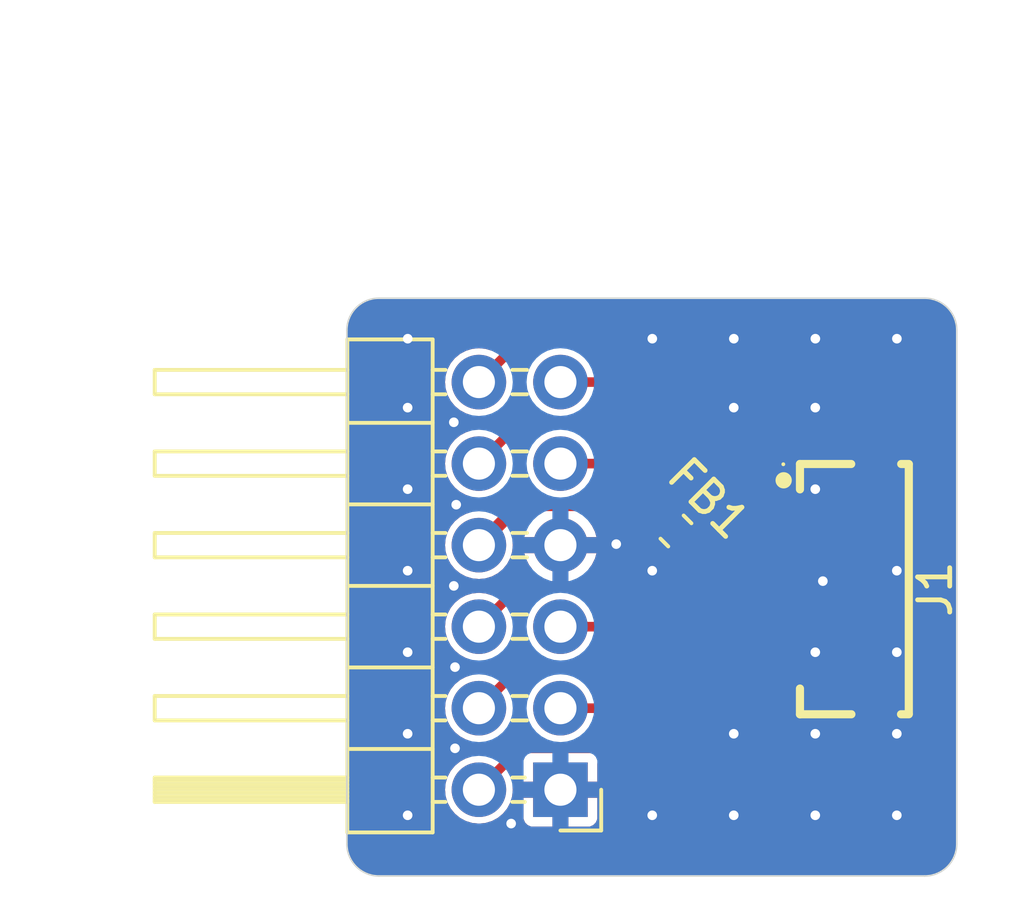
<source format=kicad_pcb>
(kicad_pcb (version 20240108) (generator "pcbnew") (generator_version "8.0")
  (layers (0 "F.Cu" mixed) (31 "B.Cu" mixed) (34 "B.Paste" user) (35 "F.Paste" user) (36 "B.SilkS" user "B.Silkscreen") (37 "F.SilkS" user "F.Silkscreen") (38 "B.Mask" user) (39 "F.Mask" user) (44 "Edge.Cuts" user))
  (net 0 "")
  (net 1 "GND")
  (net 2 "/SELECT1")
  (net 3 "/ADC2")
  (net 4 "/SELECT3")
  (net 5 "/ADC3")
  (net 6 "+3.3VA")
  (net 7 "/ADC1")
  (net 8 "/ADC0")
  (net 9 "/SELECT0")
  (net 10 "/SELECT2")
  (net 11 "/ADC4")
  (net 12 "+3.3V")
  (footprint "Inductor_SMD:L_0603_1608Metric_Pad1.05x0.95mm_HandSolder" (layer "F.Cu") (at 167.766363 55.43843 -45)
    (property "Reference" "FB1" (at 0 -1.43 135) (layer "F.SilkS"))
    (property "Value" "120R")
    (fp_line (start -0.171268 0.51) (end 0.171268 0.51) (stroke (width 0.12)) (layer "F.SilkS"))
    (fp_line (start -0.171268 -0.51) (end 0.171268 -0.51) (stroke (width 0.12)) (layer "F.SilkS"))
    (pad "1" smd roundrect (at -0.874999 0 315) (size 1.05 0.95) (layers "F.Cu" "F.Paste" "F.Mask") (net 12 "+3.3V"))
    (pad "2" smd roundrect (at 0.874999 0 315) (size 1.05 0.95) (layers "F.Cu" "F.Paste" "F.Mask") (net 6 "+3.3VA"))
  )
  (footprint "Connector_Wire:SolderWirePad_1x01_SMD_1x2mm" (layer "F.Cu") (at 174.910107 51.568902 -90)
    (property "Reference" "REF**" (hide yes))
    (property "Value" "SolderWirePad_1x01_SMD_1x2mm")
    (pad "1" smd roundrect (at 0 0 270) (size 1 2) (layers "F.Cu" "F.Paste" "F.Mask") (net 1 "GND"))
  )
  (footprint "JLCPCB:FPC-SMD_12P-P0.50_HCTL_HC-FPC-05-10-12RLTAG" (layer "F.Cu") (at 172.599958 57.244985 -90)
    (property "Reference" "J1" (at 0.005461 -3.240324 90) (layer "F.SilkS"))
    (property "Value" "HC-FPC-05-10-12RLTAG")
    (fp_line (start 3.102869 0.970053) (end 3.903937 0.970053) (stroke (width 0.254)) (layer "F.SilkS"))
    (fp_line (start 3.903937 0.970053) (end 3.903937 -0.632283) (stroke (width 0.254)) (layer "F.SilkS"))
    (fp_line (start -3.893015 0.970028) (end -3.102921 0.970028) (stroke (width 0.254)) (layer "F.SilkS"))
    (fp_line (start -3.893015 0.970028) (end -3.893015 -0.625908) (stroke (width 0.254)) (layer "F.SilkS"))
    (fp_line (start 3.903937 -2.177724) (end 3.903937 -2.420955) (stroke (width 0.254)) (layer "F.SilkS"))
    (fp_line (start -3.893015 -2.183973) (end -3.893015 -2.42098) (stroke (width 0.254)) (layer "F.SilkS"))
    (fp_line (start -3.885014 -2.42098) (end 3.884989 -2.420979) (stroke (width 0.254)) (layer "F.SilkS"))
    (fp_circle (center -3.884989 1.489001) (end -3.854991 1.489002) (stroke (width 0.059995)) (fill none) (layer "F.SilkS"))
    (fp_circle (center -3.385065 1.478157) (end -3.258065 1.478156) (stroke (width 0.254)) (fill none) (layer "F.SilkS"))
    (pad "1" smd rect (at -2.750064 1.405004 270) (size 0.3 0.650013) (layers "F.Cu" "F.Paste" "F.Mask") (net 4 "/SELECT3"))
    (pad "2" smd rect (at -2.249936 1.405004 270) (size 0.3 0.650013) (layers "F.Cu" "F.Paste" "F.Mask") (net 10 "/SELECT2"))
    (pad "3" smd rect (at -1.750064 1.405004 270) (size 0.3 0.650013) (layers "F.Cu" "F.Paste" "F.Mask") (net 2 "/SELECT1"))
    (pad "4" smd rect (at -1.249936 1.405004 270) (size 0.3 0.650013) (layers "F.Cu" "F.Paste" "F.Mask") (net 9 "/SELECT0"))
    (pad "5" smd rect (at -0.750064 1.405004 270) (size 0.3 0.650013) (layers "F.Cu" "F.Paste" "F.Mask") (net 6 "+3.3VA"))
    (pad "6" smd rect (at -0.249936 1.405003 270) (size 0.3 0.650013) (layers "F.Cu" "F.Paste" "F.Mask") (net 1 "GND"))
    (pad "7" smd rect (at 0.249936 1.405003 270) (size 0.3 0.650013) (layers "F.Cu" "F.Paste" "F.Mask") (net 11 "/ADC4"))
    (pad "8" smd rect (at 0.750064 1.405004 270) (size 0.3 0.650013) (layers "F.Cu" "F.Paste" "F.Mask") (net 5 "/ADC3"))
    (pad "9" smd rect (at 1.249936 1.405004 270) (size 0.3 0.650013) (layers "F.Cu" "F.Paste" "F.Mask") (net 3 "/ADC2"))
    (pad "10" smd rect (at 1.750064 1.405004 270) (size 0.3 0.650013) (layers "F.Cu" "F.Paste" "F.Mask") (net 7 "/ADC1"))
    (pad "11" smd rect (at 2.249936 1.405004 270) (size 0.3 0.650013) (layers "F.Cu" "F.Paste" "F.Mask") (net 8 "/ADC0"))
    (pad "12" smd rect (at 2.750064 1.405004 270) (size 0.3 0.650013) (layers "F.Cu" "F.Paste" "F.Mask") (net 1 "GND"))
    (pad "13" smd rect (at 3.635001 -1.405004 270) (size 0.3 1.150013) (layers "F.Cu" "F.Paste" "F.Mask") (net 1 "GND"))
    (pad "14" smd rect (at -3.635001 -1.405004 270) (size 0.3 1.150013) (layers "F.Cu" "F.Paste" "F.Mask") (net 1 "GND"))
  )
  (footprint "Connector_PinHeader_2.54mm:PinHeader_2x06_P2.54mm_Horizontal" (layer "F.Cu") (at 164.167208 63.499952 180)
    (property "Reference" "J2" (hide yes))
    (property "Value" "Conn_02x06_Odd_Even")
    (fp_line (start 12.64 13.08) (end 6.64 13.08) (stroke (width 0.12)) (layer "F.SilkS"))
    (fp_line (start 12.64 12.32) (end 12.64 13.08) (stroke (width 0.12)) (layer "F.SilkS"))
    (fp_line (start 12.64 10.54) (end 6.640001 10.54) (stroke (width 0.12)) (layer "F.SilkS"))
    (fp_line (start 12.64 9.78) (end 12.64 10.54) (stroke (width 0.12)) (layer "F.SilkS"))
    (fp_line (start 12.64 8) (end 6.64 8) (stroke (width 0.12)) (layer "F.SilkS"))
    (fp_line (start 12.64 7.24) (end 12.64 8) (stroke (width 0.12)) (layer "F.SilkS"))
    (fp_line (start 12.64 5.46) (end 6.64 5.46) (stroke (width 0.12)) (layer "F.SilkS"))
    (fp_line (start 12.64 4.7) (end 12.64 5.46) (stroke (width 0.12)) (layer "F.SilkS"))
    (fp_line (start 12.64 2.92) (end 6.64 2.92) (stroke (width 0.12)) (layer "F.SilkS"))
    (fp_line (start 12.64 2.16) (end 12.64 2.92) (stroke (width 0.12)) (layer "F.SilkS"))
    (fp_line (start 12.64 0.38) (end 6.64 0.380001) (stroke (width 0.12)) (layer "F.SilkS"))
    (fp_line (start 12.64 -0.38) (end 12.64 0.38) (stroke (width 0.12)) (layer "F.SilkS"))
    (fp_line (start 6.64 14.03) (end 6.64 -1.33) (stroke (width 0.12)) (layer "F.SilkS"))
    (fp_line (start 6.64 12.320001) (end 12.64 12.32) (stroke (width 0.12)) (layer "F.SilkS"))
    (fp_line (start 6.64 9.78) (end 12.64 9.78) (stroke (width 0.12)) (layer "F.SilkS"))
    (fp_line (start 6.64 7.24) (end 12.64 7.24) (stroke (width 0.12)) (layer "F.SilkS"))
    (fp_line (start 6.64 4.7) (end 12.64 4.7) (stroke (width 0.12)) (layer "F.SilkS"))
    (fp_line (start 6.64 2.16) (end 12.64 2.16) (stroke (width 0.12)) (layer "F.SilkS"))
    (fp_line (start 6.64 0.28) (end 12.64 0.28) (stroke (width 0.12)) (layer "F.SilkS"))
    (fp_line (start 6.64 0.16) (end 12.64 0.16) (stroke (width 0.12)) (layer "F.SilkS"))
    (fp_line (start 6.64 0.04) (end 12.64 0.04) (stroke (width 0.12)) (layer "F.SilkS"))
    (fp_line (start 6.64 -0.080001) (end 12.64 -0.08) (stroke (width 0.12)) (layer "F.SilkS"))
    (fp_line (start 6.64 -0.199999) (end 12.64 -0.2) (stroke (width 0.12)) (layer "F.SilkS"))
    (fp_line (start 6.64 -0.32) (end 12.64 -0.32) (stroke (width 0.12)) (layer "F.SilkS"))
    (fp_line (start 6.64 -0.380001) (end 12.64 -0.38) (stroke (width 0.12)) (layer "F.SilkS"))
    (fp_line (start 6.64 -1.33) (end 3.98 -1.33) (stroke (width 0.12)) (layer "F.SilkS"))
    (fp_line (start 3.98 14.03) (end 6.64 14.03) (stroke (width 0.12)) (layer "F.SilkS"))
    (fp_line (start 3.98 8.89) (end 6.64 8.89) (stroke (width 0.12)) (layer "F.SilkS"))
    (fp_line (start 3.98 6.35) (end 6.64 6.35) (stroke (width 0.12)) (layer "F.SilkS"))
    (fp_line (start 3.98 3.81) (end 6.64 3.81) (stroke (width 0.12)) (layer "F.SilkS"))
    (fp_line (start 3.98 1.270001) (end 6.64 1.270001) (stroke (width 0.12)) (layer "F.SilkS"))
    (fp_line (start 3.98 -1.33) (end 3.98 14.03) (stroke (width 0.12)) (layer "F.SilkS"))
    (fp_line (start 3.979999 11.43) (end 6.640001 11.43) (stroke (width 0.12)) (layer "F.SilkS"))
    (fp_line (start 3.582929 13.08) (end 3.98 13.08) (stroke (width 0.12)) (layer "F.SilkS"))
    (fp_line (start 3.582929 12.32) (end 3.98 12.320001) (stroke (width 0.12)) (layer "F.SilkS"))
    (fp_line (start 3.582929 10.54) (end 3.98 10.539999) (stroke (width 0.12)) (layer "F.SilkS"))
    (fp_line (start 3.582929 9.78) (end 3.98 9.78) (stroke (width 0.12)) (layer "F.SilkS"))
    (fp_line (start 3.582929 8) (end 3.98 8) (stroke (width 0.12)) (layer "F.SilkS"))
    (fp_line (start 3.582929 4.699999) (end 3.98 4.7) (stroke (width 0.12)) (layer "F.SilkS"))
    (fp_line (start 3.582929 2.92) (end 3.98 2.92) (stroke (width 0.12)) (layer "F.SilkS"))
    (fp_line (start 3.582929 2.16) (end 3.98 2.16) (stroke (width 0.12)) (layer "F.SilkS"))
    (fp_line (start 3.582929 0.38) (end 3.98 0.380001) (stroke (width 0.12)) (layer "F.SilkS"))
    (fp_line (start 3.582929 -0.38) (end 3.98 -0.380001) (stroke (width 0.12)) (layer "F.SilkS"))
    (fp_line (start 3.582928 7.24) (end 3.98 7.24) (stroke (width 0.12)) (layer "F.SilkS"))
    (fp_line (start 3.582928 5.46) (end 3.98 5.46) (stroke (width 0.12)) (layer "F.SilkS"))
    (fp_line (start 1.11 0.38) (end 1.497071 0.380001) (stroke (width 0.12)) (layer "F.SilkS"))
    (fp_line (start 1.11 -0.38) (end 1.497071 -0.380001) (stroke (width 0.12)) (layer "F.SilkS"))
    (fp_line (start 1.042929 13.08) (end 1.497071 13.08) (stroke (width 0.12)) (layer "F.SilkS"))
    (fp_line (start 1.042929 12.32) (end 1.497072 12.32) (stroke (width 0.12)) (layer "F.SilkS"))
    (fp_line (start 1.042929 10.54) (end 1.497072 10.54) (stroke (width 0.12)) (layer "F.SilkS"))
    (fp_line (start 1.042929 9.78) (end 1.497071 9.78) (stroke (width 0.12)) (layer "F.SilkS"))
    (fp_line (start 1.042929 8) (end 1.497071 8) (stroke (width 0.12)) (layer "F.SilkS"))
    (fp_line (start 1.042929 7.24) (end 1.497071 7.24) (stroke (width 0.12)) (layer "F.SilkS"))
    (fp_line (start 1.042929 5.46) (end 1.497071 5.46) (stroke (width 0.12)) (layer "F.SilkS"))
    (fp_line (start 1.042929 4.7) (end 1.497071 4.7) (stroke (width 0.12)) (layer "F.SilkS"))
    (fp_line (start 1.042929 2.92) (end 1.497071 2.92) (stroke (width 0.12)) (layer "F.SilkS"))
    (fp_line (start 1.042929 2.16) (end 1.497071 2.16) (stroke (width 0.12)) (layer "F.SilkS"))
    (fp_line (start -1.27 -1.27) (end 0 -1.270001) (stroke (width 0.12)) (layer "F.SilkS"))
    (fp_line (start -1.270001 0) (end -1.27 -1.27) (stroke (width 0.12)) (layer "F.SilkS"))
    (pad "1" thru_hole rect (at 0 0 180) (size 1.7 1.7) (drill 1) (layers "*.Cu" "*.Mask") (net 1 "GND"))
    (pad "2" thru_hole oval (at 2.54 0 180) (size 1.7 1.7) (drill 1) (layers "*.Cu" "*.Mask") (net 8 "/ADC0"))
    (pad "3" thru_hole oval (at 0 2.54 180) (size 1.7 1.7) (drill 1) (layers "*.Cu" "*.Mask") (net 7 "/ADC1"))
    (pad "4" thru_hole oval (at 2.54 2.54 180) (size 1.7 1.7) (drill 1) (layers "*.Cu" "*.Mask") (net 3 "/ADC2"))
    (pad "5" thru_hole oval (at 0 5.079999 180) (size 1.7 1.7) (drill 1) (layers "*.Cu" "*.Mask") (net 5 "/ADC3"))
    (pad "6" thru_hole oval (at 2.54 5.08 180) (size 1.7 1.7) (drill 1) (layers "*.Cu" "*.Mask") (net 11 "/ADC4"))
    (pad "7" thru_hole oval (at 0 7.62 180) (size 1.7 1.7) (drill 1) (layers "*.Cu" "*.Mask") (net 1 "GND"))
    (pad "8" thru_hole oval (at 2.54 7.62 180) (size 1.7 1.7) (drill 1) (layers "*.Cu" "*.Mask") (net 12 "+3.3V"))
    (pad "9" thru_hole oval (at 0 10.16 180) (size 1.7 1.7) (drill 1) (layers "*.Cu" "*.Mask") (net 9 "/SELECT0"))
    (pad "10" thru_hole oval (at 2.54 10.16 180) (size 1.7 1.7) (drill 1) (layers "*.Cu" "*.Mask") (net 2 "/SELECT1"))
    (pad "11" thru_hole oval (at 0 12.7 180) (size 1.7 1.7) (drill 1) (layers "*.Cu" "*.Mask") (net 10 "/SELECT2"))
    (pad "12" thru_hole oval (at 2.54 12.7 180) (size 1.7 1.7) (drill 1) (layers "*.Cu" "*.Mask") (net 4 "/SELECT3"))
  )
  (gr_arc (start 175.514597 48.187159) (mid 176.221704 48.480052) (end 176.514597 49.187159) (stroke (width 0.05)) (layer "Edge.Cuts"))
  (gr_arc (start 157.514597 49.187159) (mid 157.807505 48.480078) (end 158.514597 48.187159) (stroke (width 0.05)) (layer "Edge.Cuts"))
  (gr_line (start 175.514597 66.187159) (end 158.514597 66.187159) (stroke (width 0.05)) (layer "Edge.Cuts"))
  (gr_line (start 176.514597 49.187159) (end 176.514597 65.187159) (stroke (width 0.05)) (layer "Edge.Cuts"))
  (gr_arc (start 158.514597 66.187159) (mid 157.80749 65.894266) (end 157.514597 65.187159) (stroke (width 0.05)) (layer "Edge.Cuts"))
  (gr_line (start 157.514597 65.187159) (end 157.514597 49.187159) (stroke (width 0.05)) (layer "Edge.Cuts"))
  (gr_arc (start 176.514597 65.187159) (mid 176.221718 65.894291) (end 175.514597 66.187159) (stroke (width 0.05)) (layer "Edge.Cuts"))
  (gr_line (start 158.514597 48.187159) (end 175.514597 48.187159) (stroke (width 0.05)) (layer "Edge.Cuts"))
  (via (at 172.107201 64.296282) (size 0.7) (drill 0.3) (layers "F.Cu" "B.Cu") (net 1))
  (via (at 165.906013 55.847707) (size 0.7) (drill 0.3) (layers "F.Cu" "B.Cu") (net 1))
  (via (at 167.029658 49.448103) (size 0.7) (drill 0.3) (layers "F.Cu" "B.Cu") (net 1))
  (via (at 174.647201 56.676282) (size 0.7) (drill 0.3) (layers "F.Cu" "B.Cu") (net 1))
  (via (at 160.883068 62.210104) (size 0.7) (drill 0.3) (layers "F.Cu" "B.Cu") (net 1))
  (via (at 172.342824 57.001124) (size 0.7) (drill 0.3) (layers "F.Cu" "B.Cu") (net 1))
  (via (at 169.567201 61.756282) (size 0.7) (drill 0.3) (layers "F.Cu" "B.Cu") (net 1))
  (via (at 167.027201 56.676282) (size 0.7) (drill 0.3) (layers "F.Cu" "B.Cu") (net 1))
  (via (at 167.027201 64.296282) (size 0.7) (drill 0.3) (layers "F.Cu" "B.Cu") (net 1))
  (via (at 172.107201 51.596282) (size 0.7) (drill 0.3) (layers "F.Cu" "B.Cu") (net 1))
  (via (at 172.107201 54.136282) (size 0.7) (drill 0.3) (layers "F.Cu" "B.Cu") (net 1))
  (via (at 160.920275 54.619876) (size 0.7) (drill 0.3) (layers "F.Cu" "B.Cu") (net 1))
  (via (at 159.407201 51.596282) (size 0.7) (drill 0.3) (layers "F.Cu" "B.Cu") (net 1))
  (via (at 160.845861 52.052593) (size 0.7) (drill 0.3) (layers "F.Cu" "B.Cu") (net 1))
  (via (at 172.109658 49.448103) (size 0.7) (drill 0.3) (layers "F.Cu" "B.Cu") (net 1))
  (via (at 169.567201 64.296282) (size 0.7) (drill 0.3) (layers "F.Cu" "B.Cu") (net 1))
  (via (at 159.407201 54.136282) (size 0.7) (drill 0.3) (layers "F.Cu" "B.Cu") (net 1))
  (via (at 160.845861 57.149952) (size 0.7) (drill 0.3) (layers "F.Cu" "B.Cu") (net 1))
  (via (at 169.567201 51.596282) (size 0.7) (drill 0.3) (layers "F.Cu" "B.Cu") (net 1))
  (via (at 159.407201 61.756282) (size 0.7) (drill 0.3) (layers "F.Cu" "B.Cu") (net 1))
  (via (at 174.647201 59.216282) (size 0.7) (drill 0.3) (layers "F.Cu" "B.Cu") (net 1))
  (via (at 159.409658 49.448103) (size 0.7) (drill 0.3) (layers "F.Cu" "B.Cu") (net 1))
  (via (at 160.883068 59.680028) (size 0.7) (drill 0.3) (layers "F.Cu" "B.Cu") (net 1))
  (via (at 169.569658 49.448103) (size 0.7) (drill 0.3) (layers "F.Cu" "B.Cu") (net 1))
  (via (at 172.107201 61.756282) (size 0.7) (drill 0.3) (layers "F.Cu" "B.Cu") (net 1))
  (via (at 159.407201 59.216282) (size 0.7) (drill 0.3) (layers "F.Cu" "B.Cu") (net 1))
  (via (at 159.407201 64.296282) (size 0.7) (drill 0.3) (layers "F.Cu" "B.Cu") (net 1))
  (via (at 159.407201 56.676282) (size 0.7) (drill 0.3) (layers "F.Cu" "B.Cu") (net 1))
  (via (at 162.631797 64.554145) (size 0.7) (drill 0.3) (layers "F.Cu" "B.Cu") (net 1))
  (via (at 174.647201 64.296282) (size 0.7) (drill 0.3) (layers "F.Cu" "B.Cu") (net 1))
  (via (at 172.107201 59.216282) (size 0.7) (drill 0.3) (layers "F.Cu" "B.Cu") (net 1))
  (via (at 174.649658 49.448103) (size 0.7) (drill 0.3) (layers "F.Cu" "B.Cu") (net 1))
  (via (at 174.647201 61.756282) (size 0.7) (drill 0.3) (layers "F.Cu" "B.Cu") (net 1))
  (segment (start 170.402059 55.494921) (end 166.996938 52.0898) (width 0.299) (layer "F.Cu") (net 2))
  (segment (start 171.194954 55.494921) (end 170.402059 55.494921) (width 0.299) (layer "F.Cu") (net 2))
  (segment (start 166.996938 52.0898) (end 162.87736 52.0898) (width 0.299) (layer "F.Cu") (net 2))
  (segment (start 162.87736 52.0898) (end 161.627208 53.339952) (width 0.299) (layer "F.Cu") (net 2))
  (segment (start 171.194954 58.494921) (end 168.244537 58.494921) (width 0.299) (layer "F.Cu") (net 3))
  (segment (start 162.907132 59.680028) (end 161.627208 60.959952) (width 0.299) (layer "F.Cu") (net 3))
  (segment (start 168.244537 58.494921) (end 167.05943 59.680028) (width 0.299) (layer "F.Cu") (net 3))
  (segment (start 167.05943 59.680028) (end 162.907132 59.680028) (width 0.299) (layer "F.Cu") (net 3))
  (segment (start 162.94185 49.48531) (end 161.627208 50.799952) (width 0.299) (layer "F.Cu") (net 4))
  (segment (start 170.813443 54.494921) (end 165.803832 49.48531) (width 0.299) (layer "F.Cu") (net 4))
  (segment (start 171.194954 54.494921) (end 170.813443 54.494921) (width 0.299) (layer "F.Cu") (net 4))
  (segment (start 165.803832 49.48531) (end 162.94185 49.48531) (width 0.299) (layer "F.Cu") (net 4))
  (segment (start 166.64519 58.419953) (end 164.167208 58.419953) (width 0.299) (layer "F.Cu") (net 5))
  (segment (start 171.194954 57.995049) (end 167.070094 57.995049) (width 0.299) (layer "F.Cu") (net 5))
  (segment (start 167.070094 57.995049) (end 166.64519 58.419953) (width 0.299) (layer "F.Cu") (net 5))
  (segment (start 171.194954 56.494921) (end 168.822854 56.494921) (width 0.299) (layer "F.Cu") (net 6))
  (segment (start 168.822854 56.494921) (end 168.385081 56.057148) (width 0.299) (layer "F.Cu") (net 6))
  (segment (start 169.269896 58.995049) (end 167.304993 60.959952) (width 0.299) (layer "F.Cu") (net 7))
  (segment (start 171.194954 58.995049) (end 169.269896 58.995049) (width 0.299) (layer "F.Cu") (net 7))
  (segment (start 167.304993 60.959952) (end 164.167208 60.959952) (width 0.299) (layer "F.Cu") (net 7))
  (segment (start 170.18389 59.494921) (end 167.468707 62.210104) (width 0.299) (layer "F.Cu") (net 8))
  (segment (start 171.194954 59.494921) (end 170.18389 59.494921) (width 0.299) (layer "F.Cu") (net 8))
  (segment (start 162.917056 62.210104) (end 161.627208 63.499952) (width 0.299) (layer "F.Cu") (net 8))
  (segment (start 167.468707 62.210104) (end 162.917056 62.210104) (width 0.299) (layer "F.Cu") (net 8))
  (segment (start 171.194954 55.995049) (end 170.196495 55.995049) (width 0.299) (layer "F.Cu") (net 9))
  (segment (start 170.196495 55.995049) (end 167.541398 53.339952) (width 0.299) (layer "F.Cu") (net 9))
  (segment (start 167.541398 53.339952) (end 164.167208 53.339952) (width 0.299) (layer "F.Cu") (net 9))
  (segment (start 170.607879 54.995049) (end 166.412782 50.799952) (width 0.299) (layer "F.Cu") (net 10))
  (segment (start 166.412782 50.799952) (end 164.167208 50.799952) (width 0.299) (layer "F.Cu") (net 10))
  (segment (start 171.194954 54.995049) (end 170.607879 54.995049) (width 0.299) (layer "F.Cu") (net 10))
  (segment (start 165.719978 57.149952) (end 162.897208 57.149952) (width 0.299) (layer "F.Cu") (net 11))
  (segment (start 162.897208 57.149952) (end 161.627208 58.419952) (width 0.299) (layer "F.Cu") (net 11))
  (segment (start 166.064947 57.494921) (end 165.719978 57.149952) (width 0.299) (layer "F.Cu") (net 11))
  (segment (start 171.194955 57.494921) (end 166.064947 57.494921) (width 0.299) (layer "F.Cu") (net 11))
  (segment (start 162.887284 54.619876) (end 166.947809 54.619876) (width 0.4) (layer "F.Cu") (net 12))
  (segment (start 161.627208 55.879952) (end 162.887284 54.619876) (width 0.4) (layer "F.Cu") (net 12))
  (segment (start 166.947809 54.619876) (end 167.147645 54.819712) (width 0.4) (layer "F.Cu") (net 12))
  (zone (net 0) (net_name "") (layer "F.Cu") (connect_pads (clearance 0)) (min_thickness 0.254)
    (keepout (tracks allowed) (vias allowed) (pads allowed) (copperpour not_allowed) (footprints allowed))
    (fill (thermal_gap 0.299) (thermal_bridge_width 0.5))
    (polygon (pts (xy 162.520176 55.624465) (xy 162.408555 56.443019) (xy 161.887657 56.740675) (xy 161.217931 56.740675) (xy 160.808654 56.294191) (xy 161.366759 55.029153) (xy 161.366759 51.085211) (xy 163.003867 49.782966) (xy 163.748007 49.745759) (xy 163.375937 55.215188) (xy 163.152695 55.624465)))
  )
  (zone (net 0) (net_name "") (layer "F.Cu") (connect_pads (clearance 0)) (min_thickness 0.25)
    (keepout (tracks allowed) (vias allowed) (pads allowed) (copperpour not_allowed) (footprints allowed))
    (fill (thermal_gap 0.3) (thermal_bridge_width 0.5))
    (polygon (pts (xy 165.124666 53.57808) (xy 164.715389 54.285013) (xy 167.133844 54.247806) (xy 166.947809 55.550051) (xy 167.766363 56.405812) (xy 168.212847 56.55464) (xy 168.91978 56.256984) (xy 169.924369 56.219777) (xy 169.812748 55.847707) (xy 167.468707 53.57808)))
  )
  (zone (net 0) (net_name "") (layer "F.Cu") (connect_pads (clearance 0)) (min_thickness 0.254)
    (keepout (tracks allowed) (vias allowed) (pads allowed) (copperpour not_allowed) (footprints allowed))
    (fill (thermal_gap 0.299) (thermal_bridge_width 0.5))
    (polygon (pts (xy 161.366759 58.601025) (xy 161.366759 63.140279) (xy 162.482969 63.2519) (xy 163.115488 63.2519) (xy 164.045663 61.01948) (xy 164.08287 57.894092) (xy 163.487558 57.075538) (xy 162.334141 57.782471)))
  )
  (zone (net 1) (net_name "GND") (layers "F&B.Cu") (connect_pads (clearance 0.2)) (min_thickness 0.254) (fill yes (thermal_gap 0.299) (thermal_bridge_width 0.5))
    (polygon (pts (xy 148.716379 47.736581) (xy 178.630807 47.736581) (xy 177.961081 66.377288) (xy 149.981417 66.414495) (xy 146.707201 56.591847)))
  )
)
</source>
